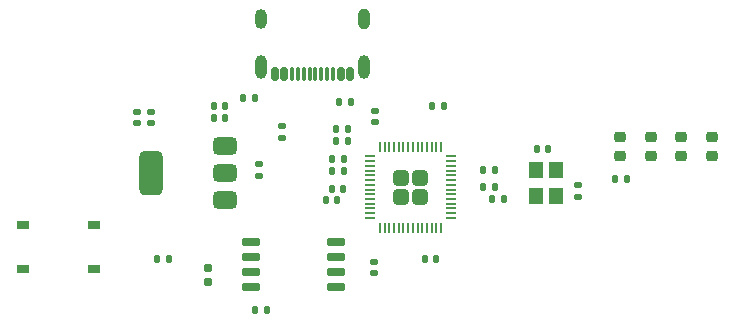
<source format=gbr>
%TF.GenerationSoftware,KiCad,Pcbnew,8.0.4*%
%TF.CreationDate,2024-07-25T19:53:29-07:00*%
%TF.ProjectId,panel_1,70616e65-6c5f-4312-9e6b-696361645f70,rev?*%
%TF.SameCoordinates,Original*%
%TF.FileFunction,Paste,Top*%
%TF.FilePolarity,Positive*%
%FSLAX46Y46*%
G04 Gerber Fmt 4.6, Leading zero omitted, Abs format (unit mm)*
G04 Created by KiCad (PCBNEW 8.0.4) date 2024-07-25 19:53:29*
%MOMM*%
%LPD*%
G01*
G04 APERTURE LIST*
G04 Aperture macros list*
%AMRoundRect*
0 Rectangle with rounded corners*
0 $1 Rounding radius*
0 $2 $3 $4 $5 $6 $7 $8 $9 X,Y pos of 4 corners*
0 Add a 4 corners polygon primitive as box body*
4,1,4,$2,$3,$4,$5,$6,$7,$8,$9,$2,$3,0*
0 Add four circle primitives for the rounded corners*
1,1,$1+$1,$2,$3*
1,1,$1+$1,$4,$5*
1,1,$1+$1,$6,$7*
1,1,$1+$1,$8,$9*
0 Add four rect primitives between the rounded corners*
20,1,$1+$1,$2,$3,$4,$5,0*
20,1,$1+$1,$4,$5,$6,$7,0*
20,1,$1+$1,$6,$7,$8,$9,0*
20,1,$1+$1,$8,$9,$2,$3,0*%
G04 Aperture macros list end*
%ADD10RoundRect,0.135000X-0.135000X-0.185000X0.135000X-0.185000X0.135000X0.185000X-0.135000X0.185000X0*%
%ADD11RoundRect,0.375000X0.625000X0.375000X-0.625000X0.375000X-0.625000X-0.375000X0.625000X-0.375000X0*%
%ADD12RoundRect,0.500000X0.500000X1.400000X-0.500000X1.400000X-0.500000X-1.400000X0.500000X-1.400000X0*%
%ADD13RoundRect,0.140000X0.170000X-0.140000X0.170000X0.140000X-0.170000X0.140000X-0.170000X-0.140000X0*%
%ADD14RoundRect,0.140000X-0.140000X-0.170000X0.140000X-0.170000X0.140000X0.170000X-0.140000X0.170000X0*%
%ADD15RoundRect,0.218750X0.256250X-0.218750X0.256250X0.218750X-0.256250X0.218750X-0.256250X-0.218750X0*%
%ADD16R,1.200000X1.400000*%
%ADD17RoundRect,0.135000X-0.185000X0.135000X-0.185000X-0.135000X0.185000X-0.135000X0.185000X0.135000X0*%
%ADD18RoundRect,0.140000X0.140000X0.170000X-0.140000X0.170000X-0.140000X-0.170000X0.140000X-0.170000X0*%
%ADD19RoundRect,0.135000X0.135000X0.185000X-0.135000X0.185000X-0.135000X-0.185000X0.135000X-0.185000X0*%
%ADD20RoundRect,0.140000X-0.170000X0.140000X-0.170000X-0.140000X0.170000X-0.140000X0.170000X0.140000X0*%
%ADD21RoundRect,0.249999X0.395001X-0.395001X0.395001X0.395001X-0.395001X0.395001X-0.395001X-0.395001X0*%
%ADD22RoundRect,0.050000X0.050000X-0.387500X0.050000X0.387500X-0.050000X0.387500X-0.050000X-0.387500X0*%
%ADD23RoundRect,0.050000X0.387500X-0.050000X0.387500X0.050000X-0.387500X0.050000X-0.387500X-0.050000X0*%
%ADD24RoundRect,0.150000X0.150000X0.420000X-0.150000X0.420000X-0.150000X-0.420000X0.150000X-0.420000X0*%
%ADD25RoundRect,0.075000X0.075000X0.495000X-0.075000X0.495000X-0.075000X-0.495000X0.075000X-0.495000X0*%
%ADD26O,1.000000X2.000000*%
%ADD27O,1.000000X1.800000*%
%ADD28O,1.000000X1.700000*%
%ADD29RoundRect,0.160000X-0.160000X0.197500X-0.160000X-0.197500X0.160000X-0.197500X0.160000X0.197500X0*%
%ADD30RoundRect,0.150000X0.650000X0.150000X-0.650000X0.150000X-0.650000X-0.150000X0.650000X-0.150000X0*%
%ADD31R,1.000000X0.750000*%
G04 APERTURE END LIST*
D10*
%TO.C,R1*%
X70490000Y-29347000D03*
X71510000Y-29347000D03*
%TD*%
D11*
%TO.C,U2*%
X68972000Y-37978000D03*
X68972000Y-35678000D03*
D12*
X62672000Y-35678000D03*
D11*
X68972000Y-33378000D03*
%TD*%
D13*
%TO.C,C11*%
X71880000Y-35910000D03*
X71880000Y-34950000D03*
%TD*%
D14*
%TO.C,C8*%
X90840000Y-35430000D03*
X91800000Y-35430000D03*
%TD*%
D15*
%TO.C,D2*%
X105010000Y-34200000D03*
X105010000Y-32625000D03*
%TD*%
D16*
%TO.C,Y1*%
X96996000Y-37630000D03*
X96996000Y-35430000D03*
X95296000Y-35430000D03*
X95296000Y-37630000D03*
%TD*%
D14*
%TO.C,C14*%
X90840000Y-36840000D03*
X91800000Y-36840000D03*
%TD*%
D15*
%TO.C,D1*%
X102420000Y-34200000D03*
X102420000Y-32625000D03*
%TD*%
D17*
%TO.C,R2*%
X73822000Y-31668000D03*
X73822000Y-32688000D03*
%TD*%
D18*
%TO.C,C7*%
X79360000Y-31930000D03*
X78400000Y-31930000D03*
%TD*%
D19*
%TO.C,R4*%
X92590000Y-37856000D03*
X91570000Y-37856000D03*
%TD*%
D18*
%TO.C,C9*%
X78480000Y-38000000D03*
X77520000Y-38000000D03*
%TD*%
D10*
%TO.C,R3*%
X78620000Y-29680000D03*
X79640000Y-29680000D03*
%TD*%
D14*
%TO.C,C1*%
X68040000Y-30000000D03*
X69000000Y-30000000D03*
%TD*%
D20*
%TO.C,C12*%
X81630000Y-43200000D03*
X81630000Y-44160000D03*
%TD*%
D13*
%TO.C,C16*%
X81700000Y-31380000D03*
X81700000Y-30420000D03*
%TD*%
D14*
%TO.C,C15*%
X86520000Y-30000000D03*
X87480000Y-30000000D03*
%TD*%
%TO.C,C5*%
X71536000Y-47254000D03*
X72496000Y-47254000D03*
%TD*%
D10*
%TO.C,R5*%
X63251000Y-42936000D03*
X64271000Y-42936000D03*
%TD*%
D15*
%TO.C,D4*%
X110190000Y-34200000D03*
X110190000Y-32625000D03*
%TD*%
D14*
%TO.C,C2*%
X68020000Y-31000000D03*
X68980000Y-31000000D03*
%TD*%
D10*
%TO.C,R8*%
X77990000Y-35500000D03*
X79010000Y-35500000D03*
%TD*%
D18*
%TO.C,C10*%
X78980000Y-37000000D03*
X78020000Y-37000000D03*
%TD*%
%TO.C,C6*%
X79360000Y-32930000D03*
X78400000Y-32930000D03*
%TD*%
D21*
%TO.C,U1*%
X83878000Y-37678000D03*
X85478000Y-37678000D03*
X83878000Y-36078000D03*
X85478000Y-36078000D03*
D22*
X82078000Y-40315500D03*
X82478000Y-40315500D03*
X82878000Y-40315500D03*
X83278000Y-40315500D03*
X83678000Y-40315500D03*
X84078000Y-40315500D03*
X84478000Y-40315500D03*
X84878000Y-40315500D03*
X85278000Y-40315500D03*
X85678000Y-40315500D03*
X86078000Y-40315500D03*
X86478000Y-40315500D03*
X86878000Y-40315500D03*
X87278000Y-40315500D03*
D23*
X88115500Y-39478000D03*
X88115500Y-39078000D03*
X88115500Y-38678000D03*
X88115500Y-38278000D03*
X88115500Y-37878000D03*
X88115500Y-37478000D03*
X88115500Y-37078000D03*
X88115500Y-36678000D03*
X88115500Y-36278000D03*
X88115500Y-35878000D03*
X88115500Y-35478000D03*
X88115500Y-35078000D03*
X88115500Y-34678000D03*
X88115500Y-34278000D03*
D22*
X87278000Y-33440500D03*
X86878000Y-33440500D03*
X86478000Y-33440500D03*
X86078000Y-33440500D03*
X85678000Y-33440500D03*
X85278000Y-33440500D03*
X84878000Y-33440500D03*
X84478000Y-33440500D03*
X84078000Y-33440500D03*
X83678000Y-33440500D03*
X83278000Y-33440500D03*
X82878000Y-33440500D03*
X82478000Y-33440500D03*
X82078000Y-33440500D03*
D23*
X81240500Y-34278000D03*
X81240500Y-34678000D03*
X81240500Y-35078000D03*
X81240500Y-35478000D03*
X81240500Y-35878000D03*
X81240500Y-36278000D03*
X81240500Y-36678000D03*
X81240500Y-37078000D03*
X81240500Y-37478000D03*
X81240500Y-37878000D03*
X81240500Y-38278000D03*
X81240500Y-38678000D03*
X81240500Y-39078000D03*
X81240500Y-39478000D03*
%TD*%
D24*
%TO.C,J1*%
X79580000Y-27315000D03*
X78780000Y-27315000D03*
D25*
X77630000Y-27315000D03*
X76630000Y-27315000D03*
X76130000Y-27315000D03*
X75130000Y-27315000D03*
D24*
X73980000Y-27315000D03*
X73180000Y-27315000D03*
X73180000Y-27315000D03*
X73980000Y-27315000D03*
D25*
X74630000Y-27315000D03*
X75630000Y-27315000D03*
X77130000Y-27315000D03*
X78130000Y-27315000D03*
D24*
X78780000Y-27315000D03*
X79580000Y-27315000D03*
D26*
X80700000Y-26745000D03*
D27*
X80700000Y-22605000D03*
D26*
X72060000Y-26745000D03*
D28*
X72060000Y-22605000D03*
%TD*%
D18*
%TO.C,C4*%
X96360000Y-33680000D03*
X95400000Y-33680000D03*
%TD*%
D13*
%TO.C,C17*%
X62745000Y-31478000D03*
X62745000Y-30518000D03*
%TD*%
%TO.C,C18*%
X61500000Y-31480000D03*
X61500000Y-30520000D03*
%TD*%
D29*
%TO.C,R6*%
X67571000Y-43735500D03*
X67571000Y-44930500D03*
%TD*%
D20*
%TO.C,C3*%
X98852000Y-36728000D03*
X98852000Y-37688000D03*
%TD*%
D30*
%TO.C,U3*%
X78410000Y-45349000D03*
X78410000Y-44079000D03*
X78410000Y-42809000D03*
X78410000Y-41539000D03*
X71210000Y-41539000D03*
X71210000Y-42809000D03*
X71210000Y-44079000D03*
X71210000Y-45349000D03*
%TD*%
D10*
%TO.C,R7*%
X77990000Y-34500000D03*
X79010000Y-34500000D03*
%TD*%
D19*
%TO.C,R9*%
X103010000Y-36200000D03*
X101990000Y-36200000D03*
%TD*%
D31*
%TO.C,SW1*%
X51905000Y-40055000D03*
X57905000Y-40055000D03*
X51905000Y-43805000D03*
X57905000Y-43805000D03*
%TD*%
D14*
%TO.C,C13*%
X85900000Y-42930000D03*
X86860000Y-42930000D03*
%TD*%
D15*
%TO.C,D3*%
X107600000Y-34200000D03*
X107600000Y-32625000D03*
%TD*%
M02*

</source>
